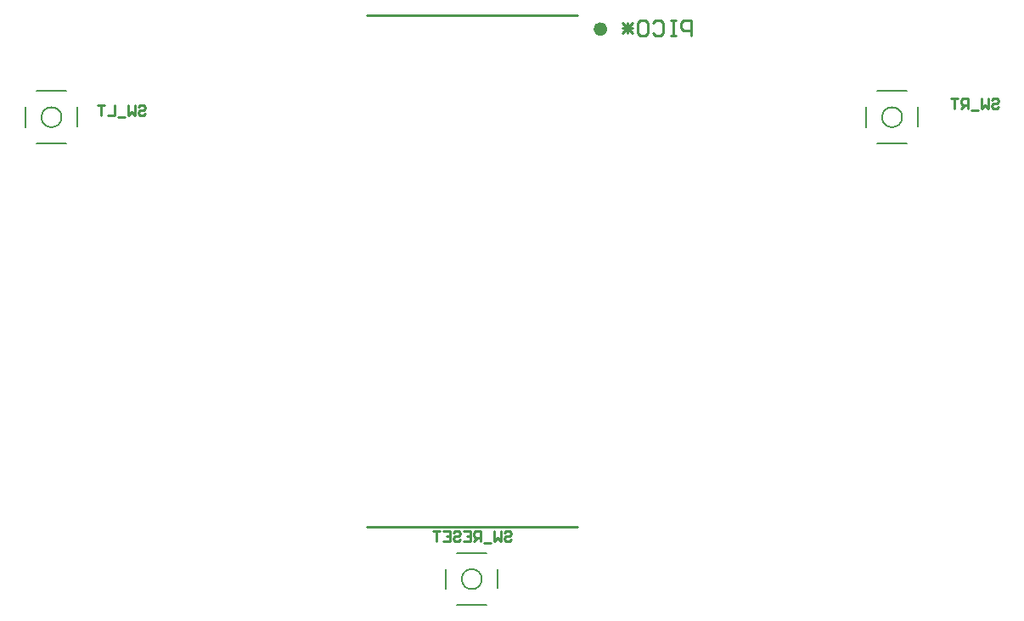
<source format=gbo>
G04*
G04 #@! TF.GenerationSoftware,Altium Limited,CircuitMaker,2.2.1 (2.2.1.6)*
G04*
G04 Layer_Color=13813960*
%FSLAX25Y25*%
%MOIN*%
G70*
G04*
G04 #@! TF.SameCoordinates,AAD4B4F7-D1E0-42C2-89CD-4A0885FF1A0E*
G04*
G04*
G04 #@! TF.FilePolarity,Positive*
G04*
G01*
G75*
%ADD10C,0.00591*%
%ADD11C,0.00787*%
%ADD12C,0.01000*%
%ADD40C,0.02756*%
D10*
X383937Y250000D02*
G03*
X383937Y250000I-3937J0D01*
G01*
X218937Y68500D02*
G03*
X218937Y68500I-3937J0D01*
G01*
X53937Y250000D02*
G03*
X53937Y250000I-3937J0D01*
G01*
D11*
X369764Y246063D02*
Y253937D01*
X374095Y239764D02*
X385906D01*
X374095Y260236D02*
X385906D01*
X390236Y246457D02*
Y253937D01*
X204764Y64563D02*
Y72437D01*
X209095Y58264D02*
X220905D01*
X209095Y78736D02*
X220905D01*
X225236Y64957D02*
Y72437D01*
X39764Y246063D02*
Y253937D01*
X44094Y239764D02*
X55905D01*
X44094Y260236D02*
X55905D01*
X60236Y246457D02*
Y253937D01*
D12*
X173811Y289894D02*
X256488D01*
X173811Y89106D02*
X256488D01*
X300996Y282001D02*
Y287999D01*
X297997D01*
X296997Y286999D01*
Y285000D01*
X297997Y284000D01*
X300996D01*
X294998Y287999D02*
X292998D01*
X293998D01*
Y282001D01*
X294998D01*
X292998D01*
X286000Y286999D02*
X287000Y287999D01*
X289000D01*
X289999Y286999D01*
Y283001D01*
X289000Y282001D01*
X287000D01*
X286000Y283001D01*
X281002Y287999D02*
X283001D01*
X284001Y286999D01*
Y283001D01*
X283001Y282001D01*
X281002D01*
X280002Y283001D01*
Y286999D01*
X281002Y287999D01*
X278003Y286999D02*
X274004Y283001D01*
X278003D02*
X274004Y286999D01*
X278003Y285000D02*
X274004D01*
X276004Y283001D02*
Y286999D01*
X419165Y256666D02*
X419831Y257333D01*
X421164D01*
X421830Y256666D01*
Y256000D01*
X421164Y255333D01*
X419831D01*
X419165Y254667D01*
Y254000D01*
X419831Y253334D01*
X421164D01*
X421830Y254000D01*
X417832Y257333D02*
Y253334D01*
X416499Y254667D01*
X415166Y253334D01*
Y257333D01*
X413833Y252667D02*
X411167D01*
X409834Y253334D02*
Y257333D01*
X407835D01*
X407168Y256666D01*
Y255333D01*
X407835Y254667D01*
X409834D01*
X408501D02*
X407168Y253334D01*
X405835Y257333D02*
X403170D01*
X404503D01*
Y253334D01*
X84165Y254166D02*
X84831Y254833D01*
X86164D01*
X86830Y254166D01*
Y253500D01*
X86164Y252833D01*
X84831D01*
X84165Y252167D01*
Y251500D01*
X84831Y250834D01*
X86164D01*
X86830Y251500D01*
X82832Y254833D02*
Y250834D01*
X81499Y252167D01*
X80166Y250834D01*
Y254833D01*
X78833Y250167D02*
X76167D01*
X74834Y254833D02*
Y250834D01*
X72168D01*
X70836Y254833D02*
X68170D01*
X69503D01*
Y250834D01*
X227663Y86666D02*
X228329Y87333D01*
X229662D01*
X230328Y86666D01*
Y86000D01*
X229662Y85333D01*
X228329D01*
X227663Y84667D01*
Y84000D01*
X228329Y83334D01*
X229662D01*
X230328Y84000D01*
X226330Y87333D02*
Y83334D01*
X224997Y84667D01*
X223664Y83334D01*
Y87333D01*
X222331Y82667D02*
X219665D01*
X218332Y83334D02*
Y87333D01*
X216333D01*
X215666Y86666D01*
Y85333D01*
X216333Y84667D01*
X218332D01*
X216999D02*
X215666Y83334D01*
X211668Y87333D02*
X214334D01*
Y83334D01*
X211668D01*
X214334Y85333D02*
X213001D01*
X207669Y86666D02*
X208335Y87333D01*
X209668D01*
X210335Y86666D01*
Y86000D01*
X209668Y85333D01*
X208335D01*
X207669Y84667D01*
Y84000D01*
X208335Y83334D01*
X209668D01*
X210335Y84000D01*
X203670Y87333D02*
X206336D01*
Y83334D01*
X203670D01*
X206336Y85333D02*
X205003D01*
X202337Y87333D02*
X199672D01*
X201005D01*
Y83334D01*
D40*
X266866Y284606D02*
G03*
X266866Y284606I-1378J0D01*
G01*
M02*

</source>
